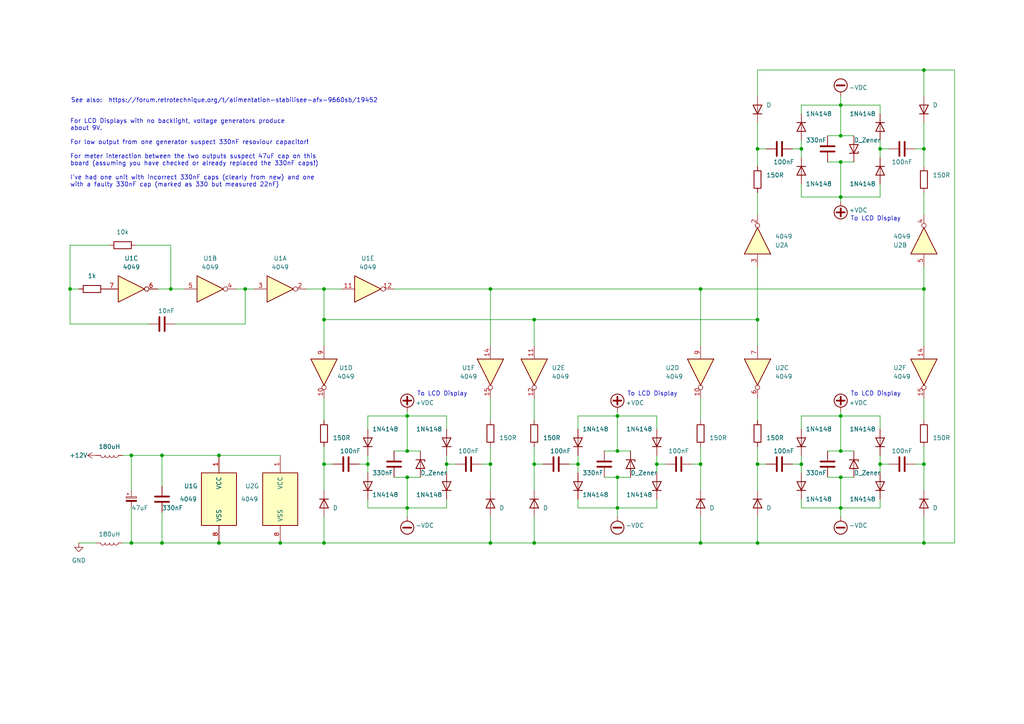
<source format=kicad_sch>
(kicad_sch (version 20231120) (generator "eeschema") (generator_version "8.0")
  (paper "A4")
  (title_block (title "Voltage Generator for LCD Displays") (date "2025-01-03") (rev "1"))
  (lib_symbols
    (symbol "4xxx:4049" (pin_names (offset 1.016))
      (property "Reference" "U" (at 0 1.27 0))
      (property "Value" "4049" (at 0 -1.27 0))
      (symbol "4049_1_0"
        (polyline (pts (xy -3.81 3.81) (xy -3.81 -3.81) (xy 3.81 0) (xy -3.81 3.81)) (stroke (width 0.254)) (fill (type background)))
        (pin output inverted (at 7.62 0 180) (length 3.81) (name "~") (number "2"))
        (pin input line (at -7.62 0 0) (length 3.81) (name "~") (number "3"))
      )
      (symbol "4049_2_0"
        (polyline (pts (xy -3.81 3.81) (xy -3.81 -3.81) (xy 3.81 0) (xy -3.81 3.81)) (stroke (width 0.254)) (fill (type background)))
        (pin output inverted (at 7.62 0 180) (length 3.81) (name "~") (number "4"))
        (pin input line (at -7.62 0 0) (length 3.81) (name "~") (number "5"))
      )
      (symbol "4049_3_0"
        (polyline (pts (xy -3.81 3.81) (xy -3.81 -3.81) (xy 3.81 0) (xy -3.81 3.81)) (stroke (width 0.254)) (fill (type background)))
        (pin output inverted (at 7.62 0 180) (length 3.81) (name "~") (number "6"))
        (pin input line (at -7.62 0 0) (length 3.81) (name "~") (number "7"))
      )
      (symbol "4049_4_0"
        (polyline (pts (xy -3.81 3.81) (xy -3.81 -3.81) (xy 3.81 0) (xy -3.81 3.81)) (stroke (width 0.254)) (fill (type background)))
        (pin output inverted (at 7.62 0 180) (length 3.81) (name "~") (number "10"))
        (pin input line (at -7.62 0 0) (length 3.81) (name "~") (number "9"))
      )
      (symbol "4049_5_0"
        (polyline (pts (xy -3.81 3.81) (xy -3.81 -3.81) (xy 3.81 0) (xy -3.81 3.81)) (stroke (width 0.254)) (fill (type background)))
        (pin input line (at -7.62 0 0) (length 3.81) (name "~") (number "11"))
        (pin output inverted (at 7.62 0 180) (length 3.81) (name "~") (number "12"))
      )
      (symbol "4049_6_0"
        (polyline (pts (xy -3.81 3.81) (xy -3.81 -3.81) (xy 3.81 0) (xy -3.81 3.81)) (stroke (width 0.254)) (fill (type background)))
        (pin input line (at -7.62 0 0) (length 3.81) (name "~") (number "14"))
        (pin output inverted (at 7.62 0 180) (length 3.81) (name "~") (number "15"))
      )
      (symbol "4049_7_0"
        (pin power_in line (at 0 12.7 270) (length 5.08) (name "VCC") (number "1"))
        (pin power_in line (at 0 -12.7 90) (length 5.08) (name "VSS") (number "8"))
      )
      (symbol "4049_7_1"
        (rectangle (start -5.08 7.62) (end 5.08 -7.62) (stroke (width 0.254)) (fill (type background)))
      )
    )
    (symbol "Device:C" (pin_numbers hide) (pin_names (offset 0.254))
      (property "Reference" "C" (at 0.635 2.54 0))
      (property "Value" "C" (at 0.635 -2.54 0))
      (symbol "C_0_1"
        (polyline (pts (xy -2.032 -0.762) (xy 2.032 -0.762)) (stroke (width 0.508)))
        (polyline (pts (xy -2.032 0.762) (xy 2.032 0.762)) (stroke (width 0.508)))
      )
      (symbol "C_1_1"
        (pin passive line (at 0 3.81 270) (length 2.794) (name "~") (number "1"))
        (pin passive line (at 0 -3.81 90) (length 2.794) (name "~") (number "2"))
      )
    )
    (symbol "Device:C_Polarized_Small" (pin_numbers hide) (pin_names (offset 0.254) hide)
      (property "Reference" "C" (at 0.254 1.778 0))
      (property "Value" "C_Polarized_Small" (at 0.254 -2.032 0))
      (symbol "C_Polarized_Small_0_1"
        (rectangle (start -1.524 -0.3048) (end 1.524 -0.6858) (fill (type outline)))
        (rectangle (start -1.524 0.6858) (end 1.524 0.3048))
        (polyline (pts (xy -1.27 1.524) (xy -0.762 1.524)))
        (polyline (pts (xy -1.016 1.27) (xy -1.016 1.778)))
      )
      (symbol "C_Polarized_Small_1_1"
        (pin passive line (at 0 2.54 270) (length 1.8542) (name "~") (number "1"))
        (pin passive line (at 0 -2.54 90) (length 1.8542) (name "~") (number "2"))
      )
    )
    (symbol "Device:D" (pin_numbers hide) (pin_names (offset 1.016) hide)
      (property "Reference" "D" (at 0 2.54 0))
      (property "Value" "D" (at 0 -2.54 0))
      (symbol "D_0_1"
        (polyline (pts (xy -1.27 1.27) (xy -1.27 -1.27)) (stroke (width 0.254)))
        (polyline (pts (xy 1.27 0) (xy -1.27 0)))
        (polyline (pts (xy 1.27 1.27) (xy 1.27 -1.27) (xy -1.27 0) (xy 1.27 1.27)) (stroke (width 0.254)))
      )
      (symbol "D_1_1"
        (pin passive line (at -3.81 0 0) (length 2.54) (name "K") (number "1"))
        (pin passive line (at 3.81 0 180) (length 2.54) (name "A") (number "2"))
      )
    )
    (symbol "Device:D_Zener" (pin_numbers hide) (pin_names (offset 1.016) hide)
      (property "Reference" "D" (at 0 2.54 0))
      (property "Value" "D_Zener" (at 0 -2.54 0))
      (symbol "D_Zener_0_1"
        (polyline (pts (xy 1.27 0) (xy -1.27 0)))
        (polyline (pts (xy -1.27 -1.27) (xy -1.27 1.27) (xy -0.762 1.27)) (stroke (width 0.254)))
        (polyline (pts (xy 1.27 -1.27) (xy 1.27 1.27) (xy -1.27 0) (xy 1.27 -1.27)) (stroke (width 0.254)))
      )
      (symbol "D_Zener_1_1"
        (pin passive line (at -3.81 0 0) (length 2.54) (name "K") (number "1"))
        (pin passive line (at 3.81 0 180) (length 2.54) (name "A") (number "2"))
      )
    )
    (symbol "Device:L" (pin_numbers hide) (pin_names (offset 1.016) hide)
      (property "Reference" "L" (at -1.27 0 90))
      (property "Value" "L" (at 1.905 0 90))
      (symbol "L_0_1"
        (arc (start 0 -2.54) (mid 0.6323 -1.905) (end 0 -1.27))
        (arc (start 0 -1.27) (mid 0.6323 -0.635) (end 0 0))
        (arc (start 0 0) (mid 0.6323 0.635) (end 0 1.27))
        (arc (start 0 1.27) (mid 0.6323 1.905) (end 0 2.54))
      )
      (symbol "L_1_1"
        (pin passive line (at 0 3.81 270) (length 1.27) (name "1") (number "1"))
        (pin passive line (at 0 -3.81 90) (length 1.27) (name "2") (number "2"))
      )
    )
    (symbol "Device:R" (pin_numbers hide) (pin_names (offset 0))
      (property "Reference" "R" (at 2.032 0 90))
      (property "Value" "R" (at 0 0 90))
      (symbol "R_0_1"
        (rectangle (start -1.016 -2.54) (end 1.016 2.54) (stroke (width 0.254)))
      )
      (symbol "R_1_1"
        (pin passive line (at 0 3.81 270) (length 1.27) (name "~") (number "1"))
        (pin passive line (at 0 -3.81 90) (length 1.27) (name "~") (number "2"))
      )
    )
    (symbol "power:+12V" (power) (pin_numbers hide) (pin_names (offset 0) hide)
      (property "Value" "+12V" (at 0 3.556 0))
      (symbol "+12V_0_1"
        (polyline (pts (xy -0.762 1.27) (xy 0 2.54)))
        (polyline (pts (xy 0 0) (xy 0 2.54)))
        (polyline (pts (xy 0 2.54) (xy 0.762 1.27)))
      )
      (symbol "+12V_1_1"
        (pin power_in line (at 0 0 90) (length 0) (name "~") (number "1"))
      )
    )
    (symbol "power:+VDC" (power) (pin_numbers hide) (pin_names (offset 0) hide)
      (property "Value" "+VDC" (at 0 6.35 0))
      (symbol "+VDC_0_1"
        (polyline (pts (xy -1.143 3.175) (xy 1.143 3.175)) (stroke (width 0.508)))
        (polyline (pts (xy 0 0) (xy 0 1.27)))
        (polyline (pts (xy 0 2.032) (xy 0 4.318)) (stroke (width 0.508)))
        (circle (center 0 3.175) (radius 1.905) (stroke (width 0.254)))
      )
      (symbol "+VDC_1_1"
        (pin power_in line (at 0 0 90) (length 0) (name "~") (number "1"))
      )
    )
    (symbol "power:-VDC" (power) (pin_numbers hide) (pin_names (offset 0) hide)
      (property "Value" "-VDC" (at 0 6.35 0))
      (symbol "-VDC_0_1"
        (polyline (pts (xy -1.143 3.175) (xy 1.143 3.175)) (stroke (width 0.508)))
        (polyline (pts (xy 0 0) (xy 0 1.27)))
        (circle (center 0 3.175) (radius 1.905) (stroke (width 0.254)))
      )
      (symbol "-VDC_1_1"
        (pin power_in line (at 0 0 90) (length 0) (name "~") (number "1"))
      )
    )
    (symbol "power:GND" (power) (pin_numbers hide) (pin_names (offset 0) hide)
      (property "Value" "GND" (at 0 -3.81 0))
      (symbol "GND_0_1"
        (polyline (pts (xy 0 0) (xy 0 -1.27) (xy 1.27 -1.27) (xy 0 -2.54) (xy -1.27 -1.27) (xy 0 -1.27)))
      )
      (symbol "GND_1_1"
        (pin power_in line (at 0 0 270) (length 0) (name "~") (number "1"))
      )
    )
  )
  (junction (at 63.5 157.48))
  (junction (at 243.84 39.37))
  (junction (at 142.24 83.82))
  (junction (at 167.64 134.62))
  (junction (at 154.94 92.71))
  (junction (at 190.5 134.62))
  (junction (at 219.71 92.71))
  (junction (at 243.84 30.48))
  (junction (at 232.41 134.62))
  (junction (at 93.98 134.62))
  (junction (at 179.07 120.65))
  (junction (at 81.28 157.48))
  (junction (at 63.5 132.08))
  (junction (at 142.24 157.48))
  (junction (at 179.07 147.32))
  (junction (at 93.98 83.82))
  (junction (at 267.97 83.82))
  (junction (at 129.54 134.62))
  (junction (at 243.84 57.15))
  (junction (at 255.27 134.62))
  (junction (at 203.2 157.48))
  (junction (at 255.27 43.18))
  (junction (at 267.97 134.62))
  (junction (at 243.84 46.99))
  (junction (at 219.71 134.62))
  (junction (at 179.07 130.81))
  (junction (at 118.11 147.32))
  (junction (at 243.84 120.65))
  (junction (at 267.97 43.18))
  (junction (at 46.99 132.08))
  (junction (at 20.32 83.82))
  (junction (at 49.53 83.82))
  (junction (at 93.98 92.71))
  (junction (at 118.11 120.65))
  (junction (at 219.71 157.48))
  (junction (at 203.2 134.62))
  (junction (at 154.94 157.48))
  (junction (at 154.94 134.62))
  (junction (at 203.2 83.82))
  (junction (at 232.41 43.18))
  (junction (at 219.71 43.18))
  (junction (at 267.97 157.48))
  (junction (at 38.1 132.08))
  (junction (at 118.11 138.43))
  (junction (at 93.98 157.48))
  (junction (at 46.99 157.48))
  (junction (at 243.84 138.43))
  (junction (at 243.84 130.81))
  (junction (at 38.1 157.48))
  (junction (at 267.97 20.32))
  (junction (at 106.68 134.62))
  (junction (at 118.11 130.81))
  (junction (at 179.07 138.43))
  (junction (at 71.12 83.82))
  (junction (at 243.84 147.32))
  (junction (at 142.24 134.62))
  (wire (pts (xy 154.94 115.57) (xy 154.94 121.92)))
  (wire (pts (xy 222.25 43.18) (xy 219.71 43.18)))
  (wire (pts (xy 31.75 71.12) (xy 20.32 71.12)))
  (wire (pts (xy 154.94 157.48) (xy 154.94 149.86)))
  (wire (pts (xy 179.07 138.43) (xy 179.07 147.32)))
  (wire (pts (xy 243.84 138.43) (xy 243.84 147.32)))
  (wire (pts (xy 129.54 147.32) (xy 118.11 147.32)))
  (wire (pts (xy 240.03 138.43) (xy 243.84 138.43)))
  (wire (pts (xy 93.98 157.48) (xy 142.24 157.48)))
  (wire (pts (xy 118.11 130.81) (xy 121.92 130.81)))
  (wire (pts (xy 232.41 144.78) (xy 232.41 147.32)))
  (wire (pts (xy 229.87 43.18) (xy 232.41 43.18)))
  (wire (pts (xy 267.97 115.57) (xy 267.97 121.92)))
  (wire (pts (xy 49.53 83.82) (xy 53.34 83.82)))
  (wire (pts (xy 139.7 134.62) (xy 142.24 134.62)))
  (wire (pts (xy 93.98 92.71) (xy 154.94 92.71)))
  (wire (pts (xy 243.84 147.32) (xy 232.41 147.32)))
  (wire (pts (xy 200.66 134.62) (xy 203.2 134.62)))
  (wire (pts (xy 255.27 30.48) (xy 243.84 30.48)))
  (wire (pts (xy 265.43 134.62) (xy 267.97 134.62)))
  (wire (pts (xy 129.54 134.62) (xy 132.08 134.62)))
  (wire (pts (xy 88.9 83.82) (xy 93.98 83.82)))
  (wire (pts (xy 203.2 149.86) (xy 203.2 157.48)))
  (wire (pts (xy 22.86 157.48) (xy 27.94 157.48)))
  (wire (pts (xy 219.71 115.57) (xy 219.71 121.92)))
  (wire (pts (xy 63.5 157.48) (xy 81.28 157.48)))
  (wire (pts (xy 81.28 157.48) (xy 93.98 157.48)))
  (wire (pts (xy 240.03 39.37) (xy 243.84 39.37)))
  (wire (pts (xy 219.71 62.23) (xy 219.71 55.88)))
  (wire (pts (xy 255.27 120.65) (xy 243.84 120.65)))
  (wire (pts (xy 93.98 134.62) (xy 93.98 129.54)))
  (wire (pts (xy 142.24 83.82) (xy 203.2 83.82)))
  (wire (pts (xy 243.84 120.65) (xy 232.41 120.65)))
  (wire (pts (xy 46.99 157.48) (xy 63.5 157.48)))
  (wire (pts (xy 190.5 134.62) (xy 190.5 137.16)))
  (wire (pts (xy 240.03 46.99) (xy 243.84 46.99)))
  (wire (pts (xy 219.71 20.32) (xy 267.97 20.32)))
  (wire (pts (xy 267.97 129.54) (xy 267.97 134.62)))
  (wire (pts (xy 118.11 138.43) (xy 121.92 138.43)))
  (wire (pts (xy 175.26 130.81) (xy 179.07 130.81)))
  (wire (pts (xy 154.94 134.62) (xy 154.94 129.54)))
  (wire (pts (xy 49.53 71.12) (xy 49.53 83.82)))
  (wire (pts (xy 167.64 144.78) (xy 167.64 147.32)))
  (wire (pts (xy 240.03 130.81) (xy 243.84 130.81)))
  (wire (pts (xy 129.54 120.65) (xy 118.11 120.65)))
  (wire (pts (xy 255.27 43.18) (xy 255.27 40.64)))
  (wire (pts (xy 203.2 157.48) (xy 219.71 157.48)))
  (wire (pts (xy 114.3 130.81) (xy 118.11 130.81)))
  (wire (pts (xy 243.84 30.48) (xy 232.41 30.48)))
  (wire (pts (xy 232.41 43.18) (xy 232.41 40.64)))
  (wire (pts (xy 93.98 134.62) (xy 96.52 134.62)))
  (wire (pts (xy 106.68 132.08) (xy 106.68 134.62)))
  (wire (pts (xy 232.41 120.65) (xy 232.41 124.46)))
  (wire (pts (xy 46.99 132.08) (xy 46.99 140.97)))
  (wire (pts (xy 35.56 132.08) (xy 38.1 132.08)))
  (wire (pts (xy 276.86 20.32) (xy 267.97 20.32)))
  (wire (pts (xy 243.84 58.42) (xy 243.84 57.15)))
  (wire (pts (xy 203.2 134.62) (xy 203.2 142.24)))
  (wire (pts (xy 255.27 45.72) (xy 255.27 43.18)))
  (wire (pts (xy 179.07 147.32) (xy 167.64 147.32)))
  (wire (pts (xy 190.5 147.32) (xy 179.07 147.32)))
  (wire (pts (xy 38.1 147.32) (xy 38.1 157.48)))
  (wire (pts (xy 167.64 132.08) (xy 167.64 134.62)))
  (wire (pts (xy 106.68 144.78) (xy 106.68 147.32)))
  (wire (pts (xy 232.41 33.02) (xy 232.41 30.48)))
  (wire (pts (xy 243.84 130.81) (xy 247.65 130.81)))
  (wire (pts (xy 243.84 57.15) (xy 232.41 57.15)))
  (wire (pts (xy 267.97 77.47) (xy 267.97 83.82)))
  (wire (pts (xy 157.48 134.62) (xy 154.94 134.62)))
  (wire (pts (xy 255.27 53.34) (xy 255.27 57.15)))
  (wire (pts (xy 93.98 92.71) (xy 93.98 100.33)))
  (wire (pts (xy 35.56 157.48) (xy 38.1 157.48)))
  (wire (pts (xy 243.84 120.65) (xy 243.84 130.81)))
  (wire (pts (xy 142.24 115.57) (xy 142.24 121.92)))
  (wire (pts (xy 179.07 147.32) (xy 179.07 149.86)))
  (wire (pts (xy 219.71 134.62) (xy 219.71 129.54)))
  (wire (pts (xy 118.11 147.32) (xy 106.68 147.32)))
  (wire (pts (xy 154.94 92.71) (xy 154.94 100.33)))
  (wire (pts (xy 167.64 134.62) (xy 167.64 137.16)))
  (wire (pts (xy 43.18 93.98) (xy 20.32 93.98)))
  (wire (pts (xy 232.41 57.15) (xy 232.41 53.34)))
  (wire (pts (xy 118.11 120.65) (xy 106.68 120.65)))
  (wire (pts (xy 68.58 83.82) (xy 71.12 83.82)))
  (wire (pts (xy 118.11 119.38) (xy 118.11 120.65)))
  (wire (pts (xy 106.68 120.65) (xy 106.68 124.46)))
  (wire (pts (xy 129.54 132.08) (xy 129.54 134.62)))
  (wire (pts (xy 175.26 138.43) (xy 179.07 138.43)))
  (wire (pts (xy 267.97 83.82) (xy 267.97 100.33)))
  (wire (pts (xy 219.71 134.62) (xy 219.71 142.24)))
  (wire (pts (xy 46.99 148.59) (xy 46.99 157.48)))
  (wire (pts (xy 22.86 83.82) (xy 20.32 83.82)))
  (wire (pts (xy 190.5 132.08) (xy 190.5 134.62)))
  (wire (pts (xy 129.54 124.46) (xy 129.54 120.65)))
  (wire (pts (xy 222.25 134.62) (xy 219.71 134.62)))
  (wire (pts (xy 104.14 134.62) (xy 106.68 134.62)))
  (wire (pts (xy 267.97 43.18) (xy 267.97 35.56)))
  (wire (pts (xy 118.11 120.65) (xy 118.11 130.81)))
  (wire (pts (xy 203.2 115.57) (xy 203.2 121.92)))
  (wire (pts (xy 71.12 83.82) (xy 73.66 83.82)))
  (wire (pts (xy 243.84 138.43) (xy 247.65 138.43)))
  (wire (pts (xy 179.07 130.81) (xy 182.88 130.81)))
  (wire (pts (xy 165.1 134.62) (xy 167.64 134.62)))
  (wire (pts (xy 229.87 134.62) (xy 232.41 134.62)))
  (wire (pts (xy 243.84 57.15) (xy 243.84 46.99)))
  (wire (pts (xy 267.97 149.86) (xy 267.97 157.48)))
  (wire (pts (xy 38.1 132.08) (xy 38.1 142.24)))
  (wire (pts (xy 243.84 147.32) (xy 243.84 149.86)))
  (wire (pts (xy 243.84 46.99) (xy 247.65 46.99)))
  (wire (pts (xy 129.54 144.78) (xy 129.54 147.32)))
  (wire (pts (xy 63.5 132.08) (xy 81.28 132.08)))
  (wire (pts (xy 255.27 43.18) (xy 257.81 43.18)))
  (wire (pts (xy 38.1 157.48) (xy 46.99 157.48)))
  (wire (pts (xy 255.27 33.02) (xy 255.27 30.48)))
  (wire (pts (xy 93.98 83.82) (xy 93.98 92.71)))
  (wire (pts (xy 265.43 43.18) (xy 267.97 43.18)))
  (wire (pts (xy 243.84 119.38) (xy 243.84 120.65)))
  (wire (pts (xy 219.71 43.18) (xy 219.71 48.26)))
  (wire (pts (xy 142.24 83.82) (xy 142.24 100.33)))
  (wire (pts (xy 203.2 100.33) (xy 203.2 83.82)))
  (wire (pts (xy 93.98 134.62) (xy 93.98 142.24)))
  (wire (pts (xy 20.32 71.12) (xy 20.32 83.82)))
  (wire (pts (xy 203.2 129.54) (xy 203.2 134.62)))
  (wire (pts (xy 255.27 57.15) (xy 243.84 57.15)))
  (wire (pts (xy 154.94 134.62) (xy 154.94 142.24)))
  (wire (pts (xy 255.27 147.32) (xy 243.84 147.32)))
  (wire (pts (xy 142.24 149.86) (xy 142.24 157.48)))
  (wire (pts (xy 243.84 39.37) (xy 247.65 39.37)))
  (wire (pts (xy 232.41 45.72) (xy 232.41 43.18)))
  (wire (pts (xy 232.41 134.62) (xy 232.41 137.16)))
  (wire (pts (xy 267.97 48.26) (xy 267.97 43.18)))
  (wire (pts (xy 203.2 83.82) (xy 267.97 83.82)))
  (wire (pts (xy 45.72 83.82) (xy 49.53 83.82)))
  (wire (pts (xy 118.11 138.43) (xy 118.11 147.32)))
  (wire (pts (xy 219.71 20.32) (xy 219.71 27.94)))
  (wire (pts (xy 219.71 77.47) (xy 219.71 92.71)))
  (wire (pts (xy 267.97 157.48) (xy 276.86 157.48)))
  (wire (pts (xy 50.8 93.98) (xy 71.12 93.98)))
  (wire (pts (xy 219.71 92.71) (xy 219.71 100.33)))
  (wire (pts (xy 267.97 27.94) (xy 267.97 20.32)))
  (wire (pts (xy 39.37 71.12) (xy 49.53 71.12)))
  (wire (pts (xy 118.11 147.32) (xy 118.11 149.86)))
  (wire (pts (xy 219.71 157.48) (xy 219.71 149.86)))
  (wire (pts (xy 167.64 120.65) (xy 167.64 124.46)))
  (wire (pts (xy 232.41 132.08) (xy 232.41 134.62)))
  (wire (pts (xy 93.98 115.57) (xy 93.98 121.92)))
  (wire (pts (xy 129.54 134.62) (xy 129.54 137.16)))
  (wire (pts (xy 219.71 43.18) (xy 219.71 35.56)))
  (wire (pts (xy 190.5 124.46) (xy 190.5 120.65)))
  (wire (pts (xy 154.94 92.71) (xy 219.71 92.71)))
  (wire (pts (xy 38.1 132.08) (xy 46.99 132.08)))
  (wire (pts (xy 114.3 83.82) (xy 142.24 83.82)))
  (wire (pts (xy 179.07 138.43) (xy 182.88 138.43)))
  (wire (pts (xy 179.07 120.65) (xy 167.64 120.65)))
  (wire (pts (xy 243.84 30.48) (xy 243.84 27.94)))
  (wire (pts (xy 142.24 129.54) (xy 142.24 134.62)))
  (wire (pts (xy 179.07 119.38) (xy 179.07 120.65)))
  (wire (pts (xy 267.97 62.23) (xy 267.97 55.88)))
  (wire (pts (xy 219.71 157.48) (xy 267.97 157.48)))
  (wire (pts (xy 142.24 157.48) (xy 154.94 157.48)))
  (wire (pts (xy 255.27 124.46) (xy 255.27 120.65)))
  (wire (pts (xy 142.24 134.62) (xy 142.24 142.24)))
  (wire (pts (xy 71.12 93.98) (xy 71.12 83.82)))
  (wire (pts (xy 276.86 157.48) (xy 276.86 20.32)))
  (wire (pts (xy 190.5 144.78) (xy 190.5 147.32)))
  (wire (pts (xy 243.84 39.37) (xy 243.84 30.48)))
  (wire (pts (xy 255.27 132.08) (xy 255.27 134.62)))
  (wire (pts (xy 255.27 144.78) (xy 255.27 147.32)))
  (wire (pts (xy 93.98 157.48) (xy 93.98 149.86)))
  (wire (pts (xy 46.99 132.08) (xy 63.5 132.08)))
  (wire (pts (xy 267.97 134.62) (xy 267.97 142.24)))
  (wire (pts (xy 190.5 120.65) (xy 179.07 120.65)))
  (wire (pts (xy 93.98 83.82) (xy 99.06 83.82)))
  (wire (pts (xy 154.94 157.48) (xy 203.2 157.48)))
  (wire (pts (xy 255.27 134.62) (xy 257.81 134.62)))
  (wire (pts (xy 190.5 134.62) (xy 193.04 134.62)))
  (wire (pts (xy 255.27 134.62) (xy 255.27 137.16)))
  (wire (pts (xy 179.07 120.65) (xy 179.07 130.81)))
  (wire (pts (xy 20.32 93.98) (xy 20.32 83.82)))
  (wire (pts (xy 114.3 138.43) (xy 118.11 138.43)))
  (wire (pts (xy 106.68 134.62) (xy 106.68 137.16)))
  (text "To LCD Display" (at 254 63.5 0) (effects (font (size 1.27 1.27))))
  (text "See also:  https://forum.retrotechnique.org/t/alimentation-stabilisee-afx-9660sb/19452  " (at 66.04 29.21 0) (effects (font (size 1.27 1.27))))
  (text "To LCD Display" (at 189.23 114.3 0) (effects (font (size 1.27 1.27))))
  (text "For LCD Displays with no backlight, voltage generators produce\nabout 9V.\n\nFor low output from one generator suspect 330nF resoviour capacitor!\n\nFor meter interaction between the two outputs suspect 47uF cap on this\nboard (assuming you have checked or already replaced the 330nF caps!) \n\nI've had one unit with incorrect 330nF caps (clearly from new) and one \nwith a faulty 330nF cap (marked as 330 but measured 22nF)" (at 20.32 44.45 0) (effects (font (size 1.27 1.27)) (justify left)))
  (text "To LCD Display" (at 254 114.3 0) (effects (font (size 1.27 1.27))))
  (text "To LCD Display" (at 128.27 114.3 0) (effects (font (size 1.27 1.27))))
  (symbol (lib_id "Device:C") (at 46.99 93.98 270) (unit 1)
    (property "Reference" "C5" (effects (hide yes)))
    (property "Value" "10nF" (at 48.26 90.17 90))
    (property "Description" "Unpolarized capacitor" (effects (hide yes)))
  )
  (symbol (lib_id "Device:R") (at 219.71 125.73 0) (unit 1)
    (property "Reference" "R7" (effects (hide yes)))
    (property "Value" "150R" (at 222.25 126.9999 0) (effects (justify left)))
    (property "Description" "Resistor" (effects (hide yes)))
  )
  (symbol (lib_id "power:-VDC") (at 243.84 149.86 0) (mirror x) (unit 1)
    (property "Reference" "#PWR08" (effects (hide yes)))
    (property "Value" "-VDC" (at 248.92 152.4 0))
    (property "Description" "Power symbol creates a global label with name \"-VDC\"" (effects (hide yes)))
  )
  (symbol (lib_id "Device:D") (at 154.94 146.05 270) (unit 1)
    (property "Reference" "D8" (effects (hide yes)))
    (property "Value" "D" (at 157.48 147.3199 90) (effects (justify left)))
    (property "Description" "Diode" (effects (hide yes)))
    (property "Sim.Device" "D" (effects (hide yes)))
    (property "Sim.Pins" "1=K 2=A" (effects (hide yes)))
  )
  (symbol (lib_id "Device:C") (at 240.03 134.62 0) (unit 1)
    (property "Reference" "C11" (effects (hide yes)))
    (property "Value" "330nF" (at 233.68 137.16 0) (effects (justify left)))
    (property "Description" "Unpolarized capacitor" (effects (hide yes)))
  )
  (symbol (lib_id "Device:D") (at 129.54 128.27 270) (mirror x) (unit 1)
    (property "Reference" "D7" (effects (hide yes)))
    (property "Value" "1N4148" (at 120.65 124.46 90) (effects (justify left)))
    (property "Description" "Diode" (effects (hide yes)))
    (property "Sim.Device" "D" (effects (hide yes)))
    (property "Sim.Pins" "1=K 2=A" (effects (hide yes)))
  )
  (symbol (lib_id "Device:C") (at 226.06 134.62 270) (unit 1)
    (property "Reference" "C10" (effects (hide yes)))
    (property "Value" "100nF" (at 227.33 130.81 90))
    (property "Description" "Unpolarized capacitor" (effects (hide yes)))
  )
  (symbol (lib_id "Device:C") (at 196.85 134.62 90) (unit 1)
    (property "Reference" "C9" (effects (hide yes)))
    (property "Value" "100nF" (at 196.85 130.81 90))
    (property "Description" "Unpolarized capacitor" (effects (hide yes)))
  )
  (symbol (lib_id "Device:D") (at 232.41 49.53 270) (unit 1)
    (property "Reference" "D23" (effects (hide yes)))
    (property "Value" "1N4148" (at 233.68 53.34 90) (effects (justify left)))
    (property "Description" "Diode" (effects (hide yes)))
    (property "Sim.Device" "D" (effects (hide yes)))
    (property "Sim.Pins" "1=K 2=A" (effects (hide yes)))
  )
  (symbol (lib_id "Device:D") (at 267.97 31.75 270) (mirror x) (unit 1)
    (property "Reference" "D28" (effects (hide yes)))
    (property "Value" "D" (at 270.51 30.4801 90) (effects (justify left)))
    (property "Description" "Diode" (effects (hide yes)))
    (property "Sim.Device" "D" (effects (hide yes)))
    (property "Sim.Pins" "1=K 2=A" (effects (hide yes)))
  )
  (symbol (lib_id "Device:D") (at 232.41 128.27 270) (mirror x) (unit 1)
    (property "Reference" "D16" (effects (hide yes)))
    (property "Value" "1N4148" (at 233.68 124.46 90) (effects (justify left)))
    (property "Description" "Diode" (effects (hide yes)))
    (property "Sim.Device" "D" (effects (hide yes)))
    (property "Sim.Pins" "1=K 2=A" (effects (hide yes)))
  )
  (symbol (lib_id "4xxx:4049") (at 93.98 107.95 90) (mirror x) (unit 4)
    (property "Reference" "U1" (at 100.33 106.68 90))
    (property "Value" "4049" (at 100.33 109.22 90))
    (property "Datasheet" "http://www.intersil.com/content/dam/intersil/documents/cd40/cd4049ubms.pdf" (effects (hide yes)))
    (property "Description" "Hex Buffer Inverter" (effects (hide yes)))
  )
  (symbol (lib_id "Device:D") (at 232.41 140.97 270) (mirror x) (unit 1)
    (property "Reference" "D17" (effects (hide yes)))
    (property "Value" "1N4148" (at 233.68 144.78 90) (effects (justify left)))
    (property "Description" "Diode" (effects (hide yes)))
    (property "Sim.Device" "D" (effects (hide yes)))
    (property "Sim.Pins" "1=K 2=A" (effects (hide yes)))
  )
  (symbol (lib_id "power:-VDC") (at 118.11 149.86 0) (mirror x) (unit 1)
    (property "Reference" "#PWR02" (effects (hide yes)))
    (property "Value" "-VDC" (at 123.19 152.4 0))
    (property "Description" "Power symbol creates a global label with name \"-VDC\"" (effects (hide yes)))
  )
  (symbol (lib_id "Device:L") (at 31.75 132.08 270) (unit 1)
    (property "Reference" "L2" (effects (hide yes)))
    (property "Value" "180uH" (at 31.75 129.54 90))
    (property "Description" "Inductor" (effects (hide yes)))
  )
  (symbol (lib_id "power:-VDC") (at 179.07 149.86 0) (mirror x) (unit 1)
    (property "Reference" "#PWR06" (effects (hide yes)))
    (property "Value" "-VDC" (at 184.15 152.4 0))
    (property "Description" "Power symbol creates a global label with name \"-VDC\"" (effects (hide yes)))
  )
  (symbol (lib_id "4xxx:4049") (at 60.96 83.82 0) (unit 2)
    (property "Reference" "U1" (at 60.96 74.93 0))
    (property "Value" "4049" (at 60.96 77.47 0))
    (property "Datasheet" "http://www.intersil.com/content/dam/intersil/documents/cd40/cd4049ubms.pdf" (effects (hide yes)))
    (property "Description" "Hex Buffer Inverter" (effects (hide yes)))
  )
  (symbol (lib_id "Device:C") (at 114.3 134.62 0) (unit 1)
    (property "Reference" "C1" (effects (hide yes)))
    (property "Value" "330nF" (at 107.95 137.16 0) (effects (justify left)))
    (property "Description" "Unpolarized capacitor" (effects (hide yes)))
  )
  (symbol (lib_id "4xxx:4049") (at 219.71 107.95 270) (unit 3)
    (property "Reference" "U2" (at 224.79 106.6799 90) (effects (justify left)))
    (property "Value" "4049" (at 224.79 109.2199 90) (effects (justify left)))
    (property "Datasheet" "http://www.intersil.com/content/dam/intersil/documents/cd40/cd4049ubms.pdf" (effects (hide yes)))
    (property "Description" "Hex Buffer Inverter" (effects (hide yes)))
  )
  (symbol (lib_id "4xxx:4049") (at 203.2 107.95 270) (unit 4)
    (property "Reference" "U2" (at 193.04 106.68 90) (effects (justify left)))
    (property "Value" "4049" (at 193.04 109.22 90) (effects (justify left)))
    (property "Datasheet" "http://www.intersil.com/content/dam/intersil/documents/cd40/cd4049ubms.pdf" (effects (hide yes)))
    (property "Description" "Hex Buffer Inverter" (effects (hide yes)))
  )
  (symbol (lib_id "power:+VDC") (at 243.84 58.42 0) (mirror x) (unit 1)
    (property "Reference" "#PWR09" (effects (hide yes)))
    (property "Value" "+VDC" (at 248.92 60.96 0))
    (property "Description" "Power symbol creates a global label with name \"+VDC\"" (effects (hide yes)))
  )
  (symbol (lib_id "Device:D") (at 167.64 128.27 270) (mirror x) (unit 1)
    (property "Reference" "D9" (effects (hide yes)))
    (property "Value" "1N4148" (at 168.91 124.46 90) (effects (justify left)))
    (property "Description" "Diode" (effects (hide yes)))
    (property "Sim.Device" "D" (effects (hide yes)))
    (property "Sim.Pins" "1=K 2=A" (effects (hide yes)))
  )
  (symbol (lib_id "Device:R") (at 267.97 52.07 0) (mirror x) (unit 1)
    (property "Reference" "R10" (effects (hide yes)))
    (property "Value" "150R" (at 270.51 50.8001 0) (effects (justify left)))
    (property "Description" "Resistor" (effects (hide yes)))
  )
  (symbol (lib_id "Device:D") (at 190.5 140.97 270) (mirror x) (unit 1)
    (property "Reference" "D13" (effects (hide yes)))
    (property "Value" "1N4148" (at 181.61 143.51 90) (effects (justify left)))
    (property "Description" "Diode" (effects (hide yes)))
    (property "Sim.Device" "D" (effects (hide yes)))
    (property "Sim.Pins" "1=K 2=A" (effects (hide yes)))
  )
  (symbol (lib_id "power:+VDC") (at 118.11 119.38 0) (unit 1)
    (property "Reference" "#PWR01" (effects (hide yes)))
    (property "Value" "+VDC" (at 123.19 116.84 0))
    (property "Description" "Power symbol creates a global label with name \"+VDC\"" (effects (hide yes)))
  )
  (symbol (lib_id "power:+12V") (at 27.94 132.08 90) (unit 1)
    (property "Reference" "#PWR03" (effects (hide yes)))
    (property "Value" "+12V" (at 25.4 132.08 90) (effects (justify left)))
    (property "Description" "Power symbol creates a global label with name \"+12V\"" (effects (hide yes)))
  )
  (symbol (lib_id "Device:D_Zener") (at 182.88 134.62 270) (unit 1)
    (property "Reference" "D11" (effects (hide yes)))
    (property "Value" "D_Zener" (at 182.88 137.16 90) (effects (justify left)))
    (property "Description" "Zener diode" (effects (hide yes)))
  )
  (symbol (lib_id "Device:R") (at 142.24 125.73 0) (unit 1)
    (property "Reference" "R1" (effects (hide yes)))
    (property "Value" "150R" (at 144.78 126.9999 0) (effects (justify left)))
    (property "Description" "Resistor" (effects (hide yes)))
  )
  (symbol (lib_id "Device:C") (at 240.03 43.18 0) (mirror x) (unit 1)
    (property "Reference" "C14" (effects (hide yes)))
    (property "Value" "330nF" (at 233.68 40.64 0) (effects (justify left)))
    (property "Description" "Unpolarized capacitor" (effects (hide yes)))
  )
  (symbol (lib_id "Device:R") (at 267.97 125.73 0) (unit 1)
    (property "Reference" "R8" (effects (hide yes)))
    (property "Value" "150R" (at 270.51 126.9999 0) (effects (justify left)))
    (property "Description" "Resistor" (effects (hide yes)))
  )
  (symbol (lib_id "Device:D") (at 142.24 146.05 270) (unit 1)
    (property "Reference" "D3" (effects (hide yes)))
    (property "Value" "D" (at 144.78 147.3199 90) (effects (justify left)))
    (property "Description" "Diode" (effects (hide yes)))
    (property "Sim.Device" "D" (effects (hide yes)))
    (property "Sim.Pins" "1=K 2=A" (effects (hide yes)))
  )
  (symbol (lib_id "4xxx:4049") (at 267.97 107.95 270) (unit 6)
    (property "Reference" "U2" (at 259.08 106.68 90) (effects (justify left)))
    (property "Value" "4049" (at 259.08 109.22 90) (effects (justify left)))
    (property "Datasheet" "http://www.intersil.com/content/dam/intersil/documents/cd40/cd4049ubms.pdf" (effects (hide yes)))
    (property "Description" "Hex Buffer Inverter" (effects (hide yes)))
  )
  (symbol (lib_id "Device:D") (at 267.97 146.05 270) (unit 1)
    (property "Reference" "D21" (effects (hide yes)))
    (property "Value" "D" (at 270.51 147.3199 90) (effects (justify left)))
    (property "Description" "Diode" (effects (hide yes)))
    (property "Sim.Device" "D" (effects (hide yes)))
    (property "Sim.Pins" "1=K 2=A" (effects (hide yes)))
  )
  (symbol (lib_id "Device:R") (at 35.56 71.12 270) (unit 1)
    (property "Reference" "R4" (effects (hide yes)))
    (property "Value" "10k" (at 35.56 67.31 90))
    (property "Description" "Resistor" (effects (hide yes)))
  )
  (symbol (lib_id "Device:D") (at 255.27 49.53 270) (unit 1)
    (property "Reference" "D26" (effects (hide yes)))
    (property "Value" "1N4148" (at 246.38 53.34 90) (effects (justify left)))
    (property "Description" "Diode" (effects (hide yes)))
    (property "Sim.Device" "D" (effects (hide yes)))
    (property "Sim.Pins" "1=K 2=A" (effects (hide yes)))
  )
  (symbol (lib_id "4xxx:4049") (at 106.68 83.82 0) (mirror x) (unit 5)
    (property "Reference" "U1" (at 106.68 74.93 0))
    (property "Value" "4049" (at 106.68 77.47 0))
    (property "Datasheet" "http://www.intersil.com/content/dam/intersil/documents/cd40/cd4049ubms.pdf" (effects (hide yes)))
    (property "Description" "Hex Buffer Inverter" (effects (hide yes)))
  )
  (symbol (lib_id "4xxx:4049") (at 267.97 69.85 270) (mirror x) (unit 2)
    (property "Reference" "U2" (at 259.08 71.12 90) (effects (justify left)))
    (property "Value" "4049" (at 259.08 68.58 90) (effects (justify left)))
    (property "Datasheet" "http://www.intersil.com/content/dam/intersil/documents/cd40/cd4049ubms.pdf" (effects (hide yes)))
    (property "Description" "Hex Buffer Inverter" (effects (hide yes)))
  )
  (symbol (lib_id "Device:D") (at 190.5 128.27 270) (mirror x) (unit 1)
    (property "Reference" "D12" (effects (hide yes)))
    (property "Value" "1N4148" (at 181.61 124.46 90) (effects (justify left)))
    (property "Description" "Diode" (effects (hide yes)))
    (property "Sim.Device" "D" (effects (hide yes)))
    (property "Sim.Pins" "1=K 2=A" (effects (hide yes)))
  )
  (symbol (lib_id "4xxx:4049") (at 219.71 69.85 270) (mirror x) (unit 1)
    (property "Reference" "U2" (at 224.79 71.1201 90) (effects (justify left)))
    (property "Value" "4049" (at 224.79 68.5801 90) (effects (justify left)))
    (property "Datasheet" "http://www.intersil.com/content/dam/intersil/documents/cd40/cd4049ubms.pdf" (effects (hide yes)))
    (property "Description" "Hex Buffer Inverter" (effects (hide yes)))
  )
  (symbol (lib_id "Device:D") (at 203.2 146.05 270) (unit 1)
    (property "Reference" "D14" (effects (hide yes)))
    (property "Value" "D" (at 205.74 147.3199 90) (effects (justify left)))
    (property "Description" "Diode" (effects (hide yes)))
    (property "Sim.Device" "D" (effects (hide yes)))
    (property "Sim.Pins" "1=K 2=A" (effects (hide yes)))
  )
  (symbol (lib_id "Device:R") (at 26.67 83.82 270) (unit 1)
    (property "Reference" "R3" (effects (hide yes)))
    (property "Value" "1k" (at 26.67 80.01 90))
    (property "Description" "Resistor" (effects (hide yes)))
  )
  (symbol (lib_id "Device:R") (at 203.2 125.73 0) (unit 1)
    (property "Reference" "R6" (effects (hide yes)))
    (property "Value" "150R" (at 205.74 126.9999 0) (effects (justify left)))
    (property "Description" "Resistor" (effects (hide yes)))
  )
  (symbol (lib_id "Device:C") (at 46.99 144.78 0) (unit 1)
    (property "Reference" "C6" (effects (hide yes)))
    (property "Value" "330nF" (at 46.99 147.32 0) (effects (justify left)))
    (property "Description" "Unpolarized capacitor" (effects (hide yes)))
  )
  (symbol (lib_id "Device:D") (at 255.27 128.27 270) (mirror x) (unit 1)
    (property "Reference" "D19" (effects (hide yes)))
    (property "Value" "1N4148" (at 246.38 124.46 90) (effects (justify left)))
    (property "Description" "Diode" (effects (hide yes)))
    (property "Sim.Device" "D" (effects (hide yes)))
    (property "Sim.Pins" "1=K 2=A" (effects (hide yes)))
  )
  (symbol (lib_id "Device:R") (at 93.98 125.73 0) (unit 1)
    (property "Reference" "R2" (effects (hide yes)))
    (property "Value" "150R" (at 96.52 126.9999 0) (effects (justify left)))
    (property "Description" "Resistor" (effects (hide yes)))
  )
  (symbol (lib_id "power:GND") (at 22.86 157.48 0) (unit 1)
    (property "Reference" "#PWR04" (effects (hide yes)))
    (property "Value" "GND" (at 22.86 162.56 0))
    (property "Description" "Power symbol creates a global label with name \"GND\" , ground" (effects (hide yes)))
  )
  (symbol (lib_id "Device:R") (at 154.94 125.73 0) (unit 1)
    (property "Reference" "R5" (effects (hide yes)))
    (property "Value" "150R" (at 157.48 126.9999 0) (effects (justify left)))
    (property "Description" "Resistor" (effects (hide yes)))
  )
  (symbol (lib_id "Device:D") (at 219.71 31.75 270) (mirror x) (unit 1)
    (property "Reference" "D22" (effects (hide yes)))
    (property "Value" "D" (at 222.25 30.4801 90) (effects (justify left)))
    (property "Description" "Diode" (effects (hide yes)))
    (property "Sim.Device" "D" (effects (hide yes)))
    (property "Sim.Pins" "1=K 2=A" (effects (hide yes)))
  )
  (symbol (lib_id "Device:D") (at 106.68 140.97 270) (mirror x) (unit 1)
    (property "Reference" "D4" (effects (hide yes)))
    (property "Value" "1N4148" (at 107.95 143.51 90) (effects (justify left)))
    (property "Description" "Diode" (effects (hide yes)))
    (property "Sim.Device" "D" (effects (hide yes)))
    (property "Sim.Pins" "1=K 2=A" (effects (hide yes)))
  )
  (symbol (lib_id "4xxx:4049") (at 154.94 107.95 270) (unit 5)
    (property "Reference" "U2" (at 160.02 106.6799 90) (effects (justify left)))
    (property "Value" "4049" (at 160.02 109.2199 90) (effects (justify left)))
    (property "Datasheet" "http://www.intersil.com/content/dam/intersil/documents/cd40/cd4049ubms.pdf" (effects (hide yes)))
    (property "Description" "Hex Buffer Inverter" (effects (hide yes)))
  )
  (symbol (lib_id "power:-VDC") (at 243.84 27.94 0) (unit 1)
    (property "Reference" "#PWR010" (effects (hide yes)))
    (property "Value" "-VDC" (at 248.92 25.4 0))
    (property "Description" "Power symbol creates a global label with name \"-VDC\"" (effects (hide yes)))
  )
  (symbol (lib_id "Device:D") (at 232.41 36.83 270) (unit 1)
    (property "Reference" "D24" (effects (hide yes)))
    (property "Value" "1N4148" (at 233.68 33.02 90) (effects (justify left)))
    (property "Description" "Diode" (effects (hide yes)))
    (property "Sim.Device" "D" (effects (hide yes)))
    (property "Sim.Pins" "1=K 2=A" (effects (hide yes)))
  )
  (symbol (lib_id "Device:D") (at 93.98 146.05 270) (unit 1)
    (property "Reference" "D1" (effects (hide yes)))
    (property "Value" "D" (at 96.52 147.3199 90) (effects (justify left)))
    (property "Description" "Diode" (effects (hide yes)))
    (property "Sim.Device" "D" (effects (hide yes)))
    (property "Sim.Pins" "1=K 2=A" (effects (hide yes)))
  )
  (symbol (lib_id "Device:D") (at 219.71 146.05 270) (unit 1)
    (property "Reference" "D15" (effects (hide yes)))
    (property "Value" "D" (at 222.25 147.3199 90) (effects (justify left)))
    (property "Description" "Diode" (effects (hide yes)))
    (property "Sim.Device" "D" (effects (hide yes)))
    (property "Sim.Pins" "1=K 2=A" (effects (hide yes)))
  )
  (symbol (lib_id "4xxx:4049") (at 81.28 144.78 0) (unit 7)
    (property "Reference" "U2" (at 71.12 140.97 0) (effects (justify left)))
    (property "Value" "4049" (at 69.85 144.78 0) (effects (justify left)))
    (property "Datasheet" "http://www.intersil.com/content/dam/intersil/documents/cd40/cd4049ubms.pdf" (effects (hide yes)))
    (property "Description" "Hex Buffer Inverter" (effects (hide yes)))
  )
  (symbol (lib_id "Device:C") (at 226.06 43.18 270) (mirror x) (unit 1)
    (property "Reference" "C13" (effects (hide yes)))
    (property "Value" "100nF" (at 227.33 46.99 90))
    (property "Description" "Unpolarized capacitor" (effects (hide yes)))
  )
  (symbol (lib_id "Device:D") (at 255.27 36.83 270) (unit 1)
    (property "Reference" "D27" (effects (hide yes)))
    (property "Value" "1N4148" (at 246.38 33.02 90) (effects (justify left)))
    (property "Description" "Diode" (effects (hide yes)))
    (property "Sim.Device" "D" (effects (hide yes)))
    (property "Sim.Pins" "1=K 2=A" (effects (hide yes)))
  )
  (symbol (lib_id "Device:D_Zener") (at 121.92 134.62 270) (unit 1)
    (property "Reference" "D2" (effects (hide yes)))
    (property "Value" "D_Zener" (at 121.92 137.16 90) (effects (justify left)))
    (property "Description" "Zener diode" (effects (hide yes)))
  )
  (symbol (lib_id "4xxx:4049") (at 142.24 107.95 90) (mirror x) (unit 6)
    (property "Reference" "U1" (at 135.89 106.68 90))
    (property "Value" "4049" (at 135.89 109.22 90))
    (property "Datasheet" "http://www.intersil.com/content/dam/intersil/documents/cd40/cd4049ubms.pdf" (effects (hide yes)))
    (property "Description" "Hex Buffer Inverter" (effects (hide yes)))
  )
  (symbol (lib_id "4xxx:4049") (at 63.5 144.78 0) (unit 7)
    (property "Reference" "U1" (at 53.34 140.97 0) (effects (justify left)))
    (property "Value" "4049" (at 52.07 144.78 0) (effects (justify left)))
    (property "Datasheet" "http://www.intersil.com/content/dam/intersil/documents/cd40/cd4049ubms.pdf" (effects (hide yes)))
    (property "Description" "Hex Buffer Inverter" (effects (hide yes)))
  )
  (symbol (lib_id "Device:C") (at 261.62 134.62 90) (unit 1)
    (property "Reference" "C12" (effects (hide yes)))
    (property "Value" "100nF" (at 261.62 130.81 90))
    (property "Description" "Unpolarized capacitor" (effects (hide yes)))
  )
  (symbol (lib_id "Device:C") (at 261.62 43.18 90) (mirror x) (unit 1)
    (property "Reference" "C15" (effects (hide yes)))
    (property "Value" "100nF" (at 261.62 46.99 90))
    (property "Description" "Unpolarized capacitor" (effects (hide yes)))
  )
  (symbol (lib_id "Device:C") (at 175.26 134.62 0) (unit 1)
    (property "Reference" "C8" (effects (hide yes)))
    (property "Value" "330nF" (at 168.91 137.16 0) (effects (justify left)))
    (property "Description" "Unpolarized capacitor" (effects (hide yes)))
  )
  (symbol (lib_id "Device:D_Zener") (at 247.65 43.18 270) (mirror x) (unit 1)
    (property "Reference" "D25" (effects (hide yes)))
    (property "Value" "D_Zener" (at 247.65 40.64 90) (effects (justify left)))
    (property "Description" "Zener diode" (effects (hide yes)))
  )
  (symbol (lib_id "4xxx:4049") (at 38.1 83.82 0) (unit 3)
    (property "Reference" "U1" (at 38.1 74.93 0))
    (property "Value" "4049" (at 38.1 77.47 0))
    (property "Datasheet" "http://www.intersil.com/content/dam/intersil/documents/cd40/cd4049ubms.pdf" (effects (hide yes)))
    (property "Description" "Hex Buffer Inverter" (effects (hide yes)))
  )
  (symbol (lib_id "Device:C") (at 161.29 134.62 270) (unit 1)
    (property "Reference" "C7" (effects (hide yes)))
    (property "Value" "100nF" (at 162.56 130.81 90))
    (property "Description" "Unpolarized capacitor" (effects (hide yes)))
  )
  (symbol (lib_id "power:+VDC") (at 179.07 119.38 0) (unit 1)
    (property "Reference" "#PWR05" (effects (hide yes)))
    (property "Value" "+VDC" (at 184.15 116.84 0))
    (property "Description" "Power symbol creates a global label with name \"+VDC\"" (effects (hide yes)))
  )
  (symbol (lib_id "Device:D_Zener") (at 247.65 134.62 270) (unit 1)
    (property "Reference" "D18" (effects (hide yes)))
    (property "Value" "D_Zener" (at 247.65 137.16 90) (effects (justify left)))
    (property "Description" "Zener diode" (effects (hide yes)))
  )
  (symbol (lib_id "power:+VDC") (at 243.84 119.38 0) (unit 1)
    (property "Reference" "#PWR07" (effects (hide yes)))
    (property "Value" "+VDC" (at 248.92 116.84 0))
    (property "Description" "Power symbol creates a global label with name \"+VDC\"" (effects (hide yes)))
  )
  (symbol (lib_id "Device:R") (at 219.71 52.07 0) (mirror x) (unit 1)
    (property "Reference" "R9" (effects (hide yes)))
    (property "Value" "150R" (at 222.25 50.8001 0) (effects (justify left)))
    (property "Description" "Resistor" (effects (hide yes)))
  )
  (symbol (lib_id "Device:L") (at 31.75 157.48 270) (unit 1)
    (property "Reference" "L1" (effects (hide yes)))
    (property "Value" "180uH" (at 31.75 154.94 90))
    (property "Description" "Inductor" (effects (hide yes)))
  )
  (symbol (lib_id "Device:C") (at 100.33 134.62 270) (unit 1)
    (property "Reference" "C4" (effects (hide yes)))
    (property "Value" "100nF" (at 101.6 130.81 90))
    (property "Description" "Unpolarized capacitor" (effects (hide yes)))
  )
  (symbol (lib_id "Device:D") (at 167.64 140.97 270) (mirror x) (unit 1)
    (property "Reference" "D10" (effects (hide yes)))
    (property "Value" "1N4148" (at 168.91 143.51 90) (effects (justify left)))
    (property "Description" "Diode" (effects (hide yes)))
    (property "Sim.Device" "D" (effects (hide yes)))
    (property "Sim.Pins" "1=K 2=A" (effects (hide yes)))
  )
  (symbol (lib_id "4xxx:4049") (at 81.28 83.82 0) (unit 1)
    (property "Reference" "U1" (at 81.28 74.93 0))
    (property "Value" "4049" (at 81.28 77.47 0))
    (property "Datasheet" "http://www.intersil.com/content/dam/intersil/documents/cd40/cd4049ubms.pdf" (effects (hide yes)))
    (property "Description" "Hex Buffer Inverter" (effects (hide yes)))
  )
  (symbol (lib_id "Device:D") (at 129.54 140.97 270) (mirror x) (unit 1)
    (property "Reference" "D6" (effects (hide yes)))
    (property "Value" "1N4148" (at 120.65 143.51 90) (effects (justify left)))
    (property "Description" "Diode" (effects (hide yes)))
    (property "Sim.Device" "D" (effects (hide yes)))
    (property "Sim.Pins" "1=K 2=A" (effects (hide yes)))
  )
  (symbol (lib_id "Device:D") (at 106.68 128.27 270) (mirror x) (unit 1)
    (property "Reference" "D5" (effects (hide yes)))
    (property "Value" "1N4148" (at 107.95 124.46 90) (effects (justify left)))
    (property "Description" "Diode" (effects (hide yes)))
    (property "Sim.Device" "D" (effects (hide yes)))
    (property "Sim.Pins" "1=K 2=A" (effects (hide yes)))
  )
  (symbol (lib_id "Device:C_Polarized_Small") (at 38.1 144.78 0) (unit 1)
    (property "Reference" "C2" (effects (hide yes)))
    (property "Value" "47uF" (at 38.1 147.32 0) (effects (justify left)))
    (property "Description" "Polarized capacitor, small symbol" (effects (hide yes)))
  )
  (symbol (lib_id "Device:C") (at 135.89 134.62 90) (unit 1)
    (property "Reference" "C3" (effects (hide yes)))
    (property "Value" "100nF" (at 135.89 130.81 90))
    (property "Description" "Unpolarized capacitor" (effects (hide yes)))
  )
  (symbol (lib_id "Device:D") (at 255.27 140.97 270) (mirror x) (unit 1)
    (property "Reference" "D20" (effects (hide yes)))
    (property "Value" "1N4148" (at 246.38 144.78 90) (effects (justify left)))
    (property "Description" "Diode" (effects (hide yes)))
    (property "Sim.Device" "D" (effects (hide yes)))
    (property "Sim.Pins" "1=K 2=A" (effects (hide yes)))
  )
)
</source>
